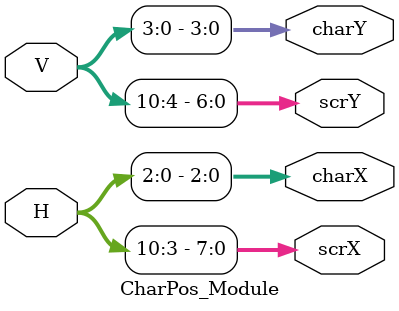
<source format=sv>
module CharPos_Module ( //160 caracteres en horizontal y 64 caracteres en vertical
    input logic [10:0] H,
    input logic [10:0] V,
    output logic [7:0] scrX,
    output logic [6:0] scrY,
    output logic [2:0] charX,
    output logic [3:0] charY,
);
    
    always @(*) begin
        charX <= H[2:0];
        charY <= V[3:0];
        scrX <= H[10:3];
        scrY <= V[10:4];
    end
endmodule
</source>
